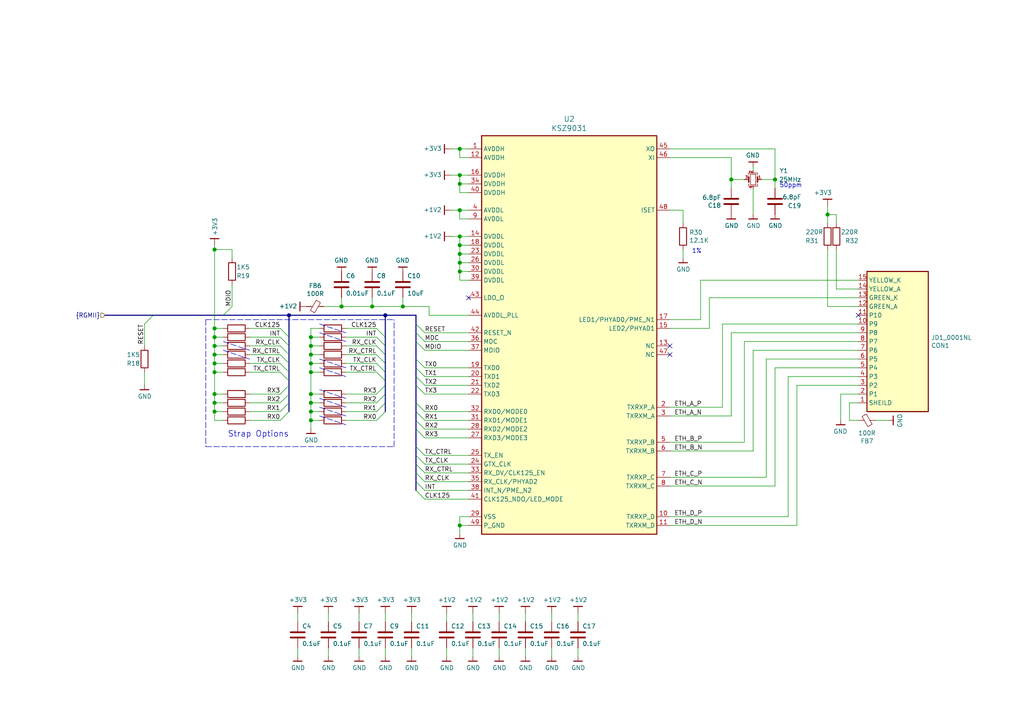
<source format=kicad_sch>
(kicad_sch (version 20201015) (generator eeschema)
  (page 1 18)
  (paper "A4")
  (title_block (title "ButterStick") (date "2020-11-01") (rev "r1.0") (company "GsD") (comment 1 "Functional prototyping board for the Lattice ECP5.") (comment 2 "SYZYGY compatible"))
  (lib_symbols
    (symbol "Device:C" (pin_numbers hide) (pin_names (offset 0.254))
      (property "Reference" "C" (at 0.635 2.54 0))
      (property "Value" "C" (at 0.635 -2.54 0))
      (symbol "C_0_1"
        (polyline (pts (xy -2.032 -0.762) (xy 2.032 -0.762)) (stroke (width 0.508)))
        (polyline (pts (xy -2.032 0.762) (xy 2.032 0.762)) (stroke (width 0.508)))
      )
      (symbol "C_1_1"
        (pin passive line (at 0 3.81 270) (length 2.794) (name "~") (number "1"))
        (pin passive line (at 0 -3.81 90) (length 2.794) (name "~") (number "2"))
      )
    )
    (symbol "Device:Crystal_GND24_Small" (pin_names hide)
      (property "Reference" "Y" (at 1.27 4.445 0))
      (property "Value" "Crystal_GND24_Small" (at 1.27 2.54 0))
      (symbol "Crystal_GND24_Small_0_1"
        (rectangle (start -0.762 -1.524) (end 0.762 1.524))
        (polyline (pts (xy -1.27 -0.762) (xy -1.27 0.762)) (stroke (width 0.381)))
        (polyline (pts (xy 1.27 -0.762) (xy 1.27 0.762)) (stroke (width 0.381)))
        (polyline (pts (xy -1.27 -1.27) (xy -1.27 -1.905) (xy 1.27 -1.905) (xy 1.27 -1.27)))
        (polyline (pts (xy -1.27 1.27) (xy -1.27 1.905) (xy 1.27 1.905) (xy 1.27 1.27)))
      )
      (symbol "Crystal_GND24_Small_1_1"
        (pin passive line (at -2.54 0 0) (length 1.27) (name "1") (number "1"))
        (pin passive line (at 0 -2.54 90) (length 0.635) (name "2") (number "2"))
        (pin passive line (at 2.54 0 180) (length 1.27) (name "3") (number "3"))
        (pin passive line (at 0 2.54 270) (length 0.635) (name "4") (number "4"))
      )
    )
    (symbol "Device:Ferrite_Bead_Small" (pin_numbers hide) (pin_names (offset 0))
      (property "Reference" "FB" (at 1.905 1.27 0))
      (property "Value" "Ferrite_Bead_Small" (at 1.905 -1.27 0))
      (symbol "Ferrite_Bead_Small_0_1"
        (polyline (pts (xy 0 -1.27) (xy 0 -0.7874)))
        (polyline (pts (xy 0 0.889) (xy 0 1.2954)))
        (polyline (pts (xy -1.8288 0.2794) (xy -1.1176 1.4986) (xy 1.8288 -0.2032) (xy 1.1176 -1.4224) (xy -1.8288 0.2794)))
      )
      (symbol "Ferrite_Bead_Small_1_1"
        (pin passive line (at 0 2.54 270) (length 1.27) (name "~") (number "1"))
        (pin passive line (at 0 -2.54 90) (length 1.27) (name "~") (number "2"))
      )
    )
    (symbol "Device:Ferrite_Bead_Small_1" (pin_numbers hide) (pin_names (offset 0))
      (property "Reference" "FB" (at 1.905 1.27 0))
      (property "Value" "Ferrite_Bead_Small" (at 1.905 -1.27 0))
      (symbol "Ferrite_Bead_Small_1_0_1"
        (polyline (pts (xy 0 -1.27) (xy 0 -0.7874)))
        (polyline (pts (xy 0 0.889) (xy 0 1.2954)))
        (polyline (pts (xy -1.8288 0.2794) (xy -1.1176 1.4986) (xy 1.8288 -0.2032) (xy 1.1176 -1.4224) (xy -1.8288 0.2794)))
      )
      (symbol "Ferrite_Bead_Small_1_1_1"
        (pin passive line (at 0 2.54 270) (length 1.27) (name "~") (number "1"))
        (pin passive line (at 0 -2.54 90) (length 1.27) (name "~") (number "2"))
      )
    )
    (symbol "Device:R" (pin_numbers hide) (pin_names (offset 0))
      (property "Reference" "R" (at 2.032 0 90))
      (property "Value" "R" (at 0 0 90))
      (symbol "R_0_1"
        (rectangle (start -1.016 -2.54) (end 1.016 2.54) (stroke (width 0.254)))
      )
      (symbol "R_1_1"
        (pin passive line (at 0 3.81 270) (length 1.27) (name "~") (number "1"))
        (pin passive line (at 0 -3.81 90) (length 1.27) (name "~") (number "2"))
      )
    )
    (symbol "gkl_microchip:KSZ9031"
      (property "Reference" "U" (at 0 54.61 0))
      (property "Value" "KSZ9031" (at 0 50.8 0))
      (symbol "KSZ9031_0_1"
        (rectangle (start -25.4 48.26) (end 25.4 -67.31) (stroke (width 0.3302)) (fill (type background)))
      )
      (symbol "KSZ9031_1_1"
        (pin input line (at -29.21 44.45 0) (length 3.81) (name "AVDDH") (number "1"))
        (pin input line (at 29.21 -62.23 180) (length 3.81) (name "TXRXP_D") (number "10"))
        (pin input line (at 29.21 -64.77 180) (length 3.81) (name "TXRXM_D") (number "11"))
        (pin input line (at -29.21 41.91 0) (length 3.81) (name "AVDDH") (number "12"))
        (pin input line (at 29.21 -12.7 180) (length 3.81) (name "NC") (number "13"))
        (pin input line (at -29.21 19.05 0) (length 3.81) (name "DVDDL") (number "14"))
        (pin input line (at 29.21 -7.62 180) (length 3.81) (name "LED2/PHYAD1") (number "15"))
        (pin input line (at -29.21 36.83 0) (length 3.81) (name "DVDDH") (number "16"))
        (pin input line (at 29.21 -5.08 180) (length 3.81) (name "LED1/PHYAD0/PME_N1") (number "17"))
        (pin input line (at -29.21 16.51 0) (length 3.81) (name "DVDDL") (number "18"))
        (pin input line (at -29.21 -19.05 0) (length 3.81) (name "TXD0") (number "19"))
        (pin input line (at 29.21 -30.48 180) (length 3.81) (name "TXRXP_A") (number "2"))
        (pin input line (at -29.21 -21.59 0) (length 3.81) (name "TXD1") (number "20"))
        (pin input line (at -29.21 -24.13 0) (length 3.81) (name "TXD2") (number "21"))
        (pin input line (at -29.21 -26.67 0) (length 3.81) (name "TXD3") (number "22"))
        (pin input line (at -29.21 13.97 0) (length 3.81) (name "DVDDL") (number "23"))
        (pin input line (at -29.21 -46.99 0) (length 3.81) (name "GTX_CLK") (number "24"))
        (pin input line (at -29.21 -44.45 0) (length 3.81) (name "TX_EN") (number "25"))
        (pin input line (at -29.21 11.43 0) (length 3.81) (name "DVDDL") (number "26"))
        (pin input line (at -29.21 -39.37 0) (length 3.81) (name "RXD3/MODE3") (number "27"))
        (pin input line (at -29.21 -36.83 0) (length 3.81) (name "RXD2/MODE2") (number "28"))
        (pin input line (at -29.21 -62.23 0) (length 3.81) (name "VSS") (number "29"))
        (pin input line (at 29.21 -33.02 180) (length 3.81) (name "TXRXM_A") (number "3"))
        (pin input line (at -29.21 8.89 0) (length 3.81) (name "DVDDL") (number "30"))
        (pin input line (at -29.21 -34.29 0) (length 3.81) (name "RXD1/MODE1") (number "31"))
        (pin input line (at -29.21 -31.75 0) (length 3.81) (name "RXD0/MODE0") (number "32"))
        (pin input line (at -29.21 -49.53 0) (length 3.81) (name "RX_DV/CLK125_EN") (number "33"))
        (pin input line (at -29.21 34.29 0) (length 3.81) (name "DVDDH") (number "34"))
        (pin input line (at -29.21 -52.07 0) (length 3.81) (name "RX_CLK/PHYAD2") (number "35"))
        (pin input line (at -29.21 -11.43 0) (length 3.81) (name "MDC") (number "36"))
        (pin input line (at -29.21 -13.97 0) (length 3.81) (name "MDIO") (number "37"))
        (pin input line (at -29.21 -54.61 0) (length 3.81) (name "INT_N/PME_N2") (number "38"))
        (pin input line (at -29.21 6.35 0) (length 3.81) (name "DVDDL") (number "39"))
        (pin input line (at -29.21 26.67 0) (length 3.81) (name "AVDDL~") (number "4"))
        (pin input line (at -29.21 31.75 0) (length 3.81) (name "DVDDH") (number "40"))
        (pin input line (at -29.21 -57.15 0) (length 3.81) (name "CLK125_NDO/LED_MODE") (number "41"))
        (pin input line (at -29.21 -8.89 0) (length 3.81) (name "RESET_N") (number "42"))
        (pin input line (at -29.21 1.27 0) (length 3.81) (name "LDO_O") (number "43"))
        (pin input line (at -29.21 -3.81 0) (length 3.81) (name "AVDDL_PLL") (number "44"))
        (pin input line (at 29.21 44.45 180) (length 3.81) (name "XO") (number "45"))
        (pin input line (at 29.21 41.91 180) (length 3.81) (name "XI") (number "46"))
        (pin input line (at 29.21 -15.24 180) (length 3.81) (name "NC") (number "47"))
        (pin input line (at 29.21 26.67 180) (length 3.81) (name "ISET") (number "48"))
        (pin input line (at -29.21 -64.77 0) (length 3.81) (name "P_GND") (number "49"))
        (pin input line (at 29.21 -40.64 180) (length 3.81) (name "TXRXP_B") (number "5"))
        (pin input line (at 29.21 -43.18 180) (length 3.81) (name "TXRXM_B") (number "6"))
        (pin input line (at 29.21 -50.8 180) (length 3.81) (name "TXRXP_C") (number "7"))
        (pin input line (at 29.21 -53.34 180) (length 3.81) (name "TXRXM_C") (number "8"))
        (pin input line (at -29.21 24.13 0) (length 3.81) (name "AVDDL~") (number "9"))
      )
    )
    (symbol "gkl_misc:JD1_0001NL"
      (property "Reference" "U" (at 0 20.32 0))
      (property "Value" "JD1_0001NL" (at 0 20.32 0))
      (symbol "JD1_0001NL_0_1"
        (rectangle (start -7.62 19.05) (end 10.16 -21.59) (stroke (width 0.3302)) (fill (type background)))
      )
      (symbol "JD1_0001NL_1_1"
        (pin input line (at -10.16 16.51 0) (length 2.54) (name "SHEILD") (number "1"))
        (pin input line (at -10.16 -6.35 0) (length 2.54) (name "P9") (number "10"))
        (pin input line (at -10.16 -8.89 0) (length 2.54) (name "P10") (number "11"))
        (pin input line (at -10.16 -11.43 0) (length 2.54) (name "GREEN_A") (number "12"))
        (pin input line (at -10.16 -13.97 0) (length 2.54) (name "GREEN_K") (number "13"))
        (pin input line (at -10.16 -16.51 0) (length 2.54) (name "YELLOW_A") (number "14"))
        (pin input line (at -10.16 -19.05 0) (length 2.54) (name "YELLOW_K") (number "15"))
        (pin input line (at -10.16 13.97 0) (length 2.54) (name "P1") (number "2"))
        (pin input line (at -10.16 11.43 0) (length 2.54) (name "P2") (number "3"))
        (pin input line (at -10.16 8.89 0) (length 2.54) (name "P3") (number "4"))
        (pin input line (at -10.16 6.35 0) (length 2.54) (name "P4") (number "5"))
        (pin input line (at -10.16 3.81 0) (length 2.54) (name "P5") (number "6"))
        (pin input line (at -10.16 1.27 0) (length 2.54) (name "P6") (number "7"))
        (pin input line (at -10.16 -1.27 0) (length 2.54) (name "P7") (number "8"))
        (pin input line (at -10.16 -3.81 0) (length 2.54) (name "P8") (number "9"))
      )
    )
    (symbol "gkl_power:+1V2" (power) (pin_names (offset 0))
      (property "Value" "+1V2" (at 0 3.556 0))
      (symbol "+1V2_0_1"
        (polyline (pts (xy -1.27 1.905) (xy 1.27 1.905)) (stroke (width 0.3048)))
        (polyline (pts (xy 0 0) (xy 0 1.905)))
      )
      (symbol "+1V2_1_1"
        (pin power_in line (at 0 0 90) (length 0) hide (name "+1V2") (number "1"))
      )
    )
    (symbol "gkl_power:+3V3" (power) (pin_names (offset 0))
      (property "Value" "+3V3" (at 0 3.556 0))
      (symbol "+3V3_0_1"
        (polyline (pts (xy -1.27 1.905) (xy 1.27 1.905)) (stroke (width 0.3048)))
        (polyline (pts (xy 0 0) (xy 0 1.905)))
      )
      (symbol "+3V3_1_1"
        (pin power_in line (at 0 0 90) (length 0) hide (name "+3V3") (number "1"))
      )
    )
    (symbol "gkl_power:GND" (power) (pin_names (offset 0))
      (property "Value" "GND" (at 0 -2.54 0))
      (symbol "GND_0_1"
        (polyline (pts (xy 0 -1.27) (xy 0 0)))
        (polyline (pts (xy 1.27 -1.27) (xy -1.27 -1.27)) (stroke (width 0.3048)))
      )
      (symbol "GND_1_1"
        (pin power_in line (at 0 0 270) (length 0) hide (name "GND") (number "1"))
      )
    )
  )
  (junction (at 62.23 72.39) (diameter 1.016))
  (junction (at 62.23 95.25) (diameter 1.016))
  (junction (at 62.23 97.79) (diameter 1.016))
  (junction (at 62.23 100.33) (diameter 1.016))
  (junction (at 62.23 102.87) (diameter 1.016))
  (junction (at 62.23 105.41) (diameter 1.016))
  (junction (at 62.23 107.95) (diameter 1.016))
  (junction (at 62.23 114.3) (diameter 1.016))
  (junction (at 62.23 116.84) (diameter 1.016))
  (junction (at 62.23 119.38) (diameter 1.016))
  (junction (at 90.17 97.79) (diameter 1.016))
  (junction (at 90.17 100.33) (diameter 1.016))
  (junction (at 90.17 102.87) (diameter 1.016))
  (junction (at 90.17 105.41) (diameter 1.016))
  (junction (at 90.17 107.95) (diameter 1.016))
  (junction (at 90.17 114.3) (diameter 1.016))
  (junction (at 90.17 116.84) (diameter 1.016))
  (junction (at 90.17 119.38) (diameter 1.016))
  (junction (at 90.17 121.92) (diameter 1.016))
  (junction (at 99.06 88.9) (diameter 1.016))
  (junction (at 107.95 88.9) (diameter 1.016))
  (junction (at 116.84 88.9) (diameter 1.016))
  (junction (at 133.35 43.18) (diameter 1.016))
  (junction (at 133.35 50.8) (diameter 1.016))
  (junction (at 133.35 53.34) (diameter 1.016))
  (junction (at 133.35 60.96) (diameter 1.016))
  (junction (at 133.35 68.58) (diameter 1.016))
  (junction (at 133.35 71.12) (diameter 1.016))
  (junction (at 133.35 73.66) (diameter 1.016))
  (junction (at 133.35 76.2) (diameter 1.016))
  (junction (at 133.35 78.74) (diameter 1.016))
  (junction (at 133.35 152.4) (diameter 1.016))
  (junction (at 212.09 52.07) (diameter 1.016))
  (junction (at 224.79 52.07) (diameter 1.016))
  (junction (at 240.03 62.23) (diameter 1.016))
  (junction (at 83.82 91.44) (diameter 1.016))
  (junction (at 111.76 91.44) (diameter 1.016))
  (no_connect (at 248.92 91.44))
  (no_connect (at 135.89 86.36))
  (no_connect (at 194.31 102.87))
  (no_connect (at 194.31 100.33))
  (bus_entry (at 41.91 93.98) (size 2.54 -2.54) (stroke (width 0.1524)))
  (bus_entry (at 67.31 88.9) (size -2.54 2.54) (stroke (width 0.1524)))
  (bus_entry (at 81.28 95.25) (size 2.54 2.54) (stroke (width 0.1524)))
  (bus_entry (at 81.28 97.79) (size 2.54 2.54) (stroke (width 0.1524)))
  (bus_entry (at 81.28 100.33) (size 2.54 2.54) (stroke (width 0.1524)))
  (bus_entry (at 81.28 102.87) (size 2.54 2.54) (stroke (width 0.1524)))
  (bus_entry (at 81.28 105.41) (size 2.54 2.54) (stroke (width 0.1524)))
  (bus_entry (at 81.28 107.95) (size 2.54 2.54) (stroke (width 0.1524)))
  (bus_entry (at 83.82 111.76) (size -2.54 2.54) (stroke (width 0.1524)))
  (bus_entry (at 83.82 114.3) (size -2.54 2.54) (stroke (width 0.1524)))
  (bus_entry (at 83.82 116.84) (size -2.54 2.54) (stroke (width 0.1524)))
  (bus_entry (at 83.82 119.38) (size -2.54 2.54) (stroke (width 0.1524)))
  (bus_entry (at 109.22 95.25) (size 2.54 2.54) (stroke (width 0.1524)))
  (bus_entry (at 109.22 97.79) (size 2.54 2.54) (stroke (width 0.1524)))
  (bus_entry (at 109.22 100.33) (size 2.54 2.54) (stroke (width 0.1524)))
  (bus_entry (at 109.22 102.87) (size 2.54 2.54) (stroke (width 0.1524)))
  (bus_entry (at 109.22 105.41) (size 2.54 2.54) (stroke (width 0.1524)))
  (bus_entry (at 109.22 107.95) (size 2.54 2.54) (stroke (width 0.1524)))
  (bus_entry (at 111.76 111.76) (size -2.54 2.54) (stroke (width 0.1524)))
  (bus_entry (at 111.76 114.3) (size -2.54 2.54) (stroke (width 0.1524)))
  (bus_entry (at 111.76 116.84) (size -2.54 2.54) (stroke (width 0.1524)))
  (bus_entry (at 111.76 119.38) (size -2.54 2.54) (stroke (width 0.1524)))
  (bus_entry (at 123.19 96.52) (size -2.54 -2.54) (stroke (width 0.1524)))
  (bus_entry (at 123.19 99.06) (size -2.54 -2.54) (stroke (width 0.1524)))
  (bus_entry (at 123.19 101.6) (size -2.54 -2.54) (stroke (width 0.1524)))
  (bus_entry (at 123.19 106.68) (size -2.54 -2.54) (stroke (width 0.1524)))
  (bus_entry (at 123.19 109.22) (size -2.54 -2.54) (stroke (width 0.1524)))
  (bus_entry (at 123.19 111.76) (size -2.54 -2.54) (stroke (width 0.1524)))
  (bus_entry (at 123.19 114.3) (size -2.54 -2.54) (stroke (width 0.1524)))
  (bus_entry (at 123.19 119.38) (size -2.54 -2.54) (stroke (width 0.1524)))
  (bus_entry (at 123.19 121.92) (size -2.54 -2.54) (stroke (width 0.1524)))
  (bus_entry (at 123.19 124.46) (size -2.54 -2.54) (stroke (width 0.1524)))
  (bus_entry (at 123.19 127) (size -2.54 -2.54) (stroke (width 0.1524)))
  (bus_entry (at 123.19 132.08) (size -2.54 -2.54) (stroke (width 0.1524)))
  (bus_entry (at 123.19 134.62) (size -2.54 -2.54) (stroke (width 0.1524)))
  (bus_entry (at 123.19 137.16) (size -2.54 -2.54) (stroke (width 0.1524)))
  (bus_entry (at 123.19 139.7) (size -2.54 -2.54) (stroke (width 0.1524)))
  (bus_entry (at 123.19 142.24) (size -2.54 -2.54) (stroke (width 0.1524)))
  (bus_entry (at 123.19 144.78) (size -2.54 -2.54) (stroke (width 0.1524)))
  (wire (pts (xy 41.91 93.98) (xy 41.91 100.33)))
  (wire (pts (xy 41.91 107.95) (xy 41.91 111.76)))
  (wire (pts (xy 62.23 71.12) (xy 62.23 72.39)))
  (wire (pts (xy 62.23 72.39) (xy 62.23 95.25)))
  (wire (pts (xy 62.23 72.39) (xy 67.31 72.39)))
  (wire (pts (xy 62.23 95.25) (xy 62.23 97.79)))
  (wire (pts (xy 62.23 95.25) (xy 64.77 95.25)))
  (wire (pts (xy 62.23 97.79) (xy 62.23 100.33)))
  (wire (pts (xy 62.23 97.79) (xy 64.77 97.79)))
  (wire (pts (xy 62.23 100.33) (xy 62.23 102.87)))
  (wire (pts (xy 62.23 100.33) (xy 64.77 100.33)))
  (wire (pts (xy 62.23 102.87) (xy 62.23 105.41)))
  (wire (pts (xy 62.23 102.87) (xy 64.77 102.87)))
  (wire (pts (xy 62.23 105.41) (xy 62.23 107.95)))
  (wire (pts (xy 62.23 105.41) (xy 64.77 105.41)))
  (wire (pts (xy 62.23 107.95) (xy 62.23 114.3)))
  (wire (pts (xy 62.23 107.95) (xy 64.77 107.95)))
  (wire (pts (xy 62.23 114.3) (xy 62.23 116.84)))
  (wire (pts (xy 62.23 114.3) (xy 64.77 114.3)))
  (wire (pts (xy 62.23 116.84) (xy 62.23 119.38)))
  (wire (pts (xy 62.23 116.84) (xy 64.77 116.84)))
  (wire (pts (xy 62.23 119.38) (xy 62.23 121.92)))
  (wire (pts (xy 62.23 119.38) (xy 64.77 119.38)))
  (wire (pts (xy 64.77 121.92) (xy 62.23 121.92)))
  (wire (pts (xy 67.31 72.39) (xy 67.31 74.93)))
  (wire (pts (xy 67.31 88.9) (xy 67.31 82.55)))
  (wire (pts (xy 81.28 95.25) (xy 72.39 95.25)))
  (wire (pts (xy 81.28 97.79) (xy 72.39 97.79)))
  (wire (pts (xy 81.28 100.33) (xy 72.39 100.33)))
  (wire (pts (xy 81.28 102.87) (xy 72.39 102.87)))
  (wire (pts (xy 81.28 105.41) (xy 72.39 105.41)))
  (wire (pts (xy 81.28 107.95) (xy 72.39 107.95)))
  (wire (pts (xy 81.28 114.3) (xy 72.39 114.3)))
  (wire (pts (xy 81.28 116.84) (xy 72.39 116.84)))
  (wire (pts (xy 81.28 119.38) (xy 72.39 119.38)))
  (wire (pts (xy 81.28 121.92) (xy 72.39 121.92)))
  (wire (pts (xy 86.36 177.8) (xy 86.36 180.34)))
  (wire (pts (xy 86.36 190.5) (xy 86.36 187.96)))
  (wire (pts (xy 90.17 95.25) (xy 90.17 97.79)))
  (wire (pts (xy 90.17 95.25) (xy 92.71 95.25)))
  (wire (pts (xy 90.17 97.79) (xy 90.17 100.33)))
  (wire (pts (xy 90.17 97.79) (xy 92.71 97.79)))
  (wire (pts (xy 90.17 100.33) (xy 90.17 102.87)))
  (wire (pts (xy 90.17 100.33) (xy 92.71 100.33)))
  (wire (pts (xy 90.17 102.87) (xy 90.17 105.41)))
  (wire (pts (xy 90.17 102.87) (xy 92.71 102.87)))
  (wire (pts (xy 90.17 105.41) (xy 90.17 107.95)))
  (wire (pts (xy 90.17 105.41) (xy 92.71 105.41)))
  (wire (pts (xy 90.17 107.95) (xy 90.17 114.3)))
  (wire (pts (xy 90.17 107.95) (xy 92.71 107.95)))
  (wire (pts (xy 90.17 114.3) (xy 90.17 116.84)))
  (wire (pts (xy 90.17 114.3) (xy 92.71 114.3)))
  (wire (pts (xy 90.17 116.84) (xy 90.17 119.38)))
  (wire (pts (xy 90.17 116.84) (xy 92.71 116.84)))
  (wire (pts (xy 90.17 119.38) (xy 90.17 121.92)))
  (wire (pts (xy 90.17 119.38) (xy 92.71 119.38)))
  (wire (pts (xy 90.17 121.92) (xy 90.17 124.46)))
  (wire (pts (xy 92.71 121.92) (xy 90.17 121.92)))
  (wire (pts (xy 93.98 88.9) (xy 99.06 88.9)))
  (wire (pts (xy 95.25 177.8) (xy 95.25 180.34)))
  (wire (pts (xy 95.25 190.5) (xy 95.25 187.96)))
  (wire (pts (xy 99.06 86.36) (xy 99.06 88.9)))
  (wire (pts (xy 99.06 88.9) (xy 107.95 88.9)))
  (wire (pts (xy 104.14 177.8) (xy 104.14 180.34)))
  (wire (pts (xy 104.14 190.5) (xy 104.14 187.96)))
  (wire (pts (xy 107.95 86.36) (xy 107.95 88.9)))
  (wire (pts (xy 107.95 88.9) (xy 116.84 88.9)))
  (wire (pts (xy 109.22 95.25) (xy 100.33 95.25)))
  (wire (pts (xy 109.22 97.79) (xy 100.33 97.79)))
  (wire (pts (xy 109.22 100.33) (xy 100.33 100.33)))
  (wire (pts (xy 109.22 102.87) (xy 100.33 102.87)))
  (wire (pts (xy 109.22 105.41) (xy 100.33 105.41)))
  (wire (pts (xy 109.22 107.95) (xy 100.33 107.95)))
  (wire (pts (xy 109.22 114.3) (xy 100.33 114.3)))
  (wire (pts (xy 109.22 116.84) (xy 100.33 116.84)))
  (wire (pts (xy 109.22 119.38) (xy 100.33 119.38)))
  (wire (pts (xy 109.22 121.92) (xy 100.33 121.92)))
  (wire (pts (xy 111.76 177.8) (xy 111.76 180.34)))
  (wire (pts (xy 111.76 190.5) (xy 111.76 187.96)))
  (wire (pts (xy 116.84 88.9) (xy 116.84 86.36)))
  (wire (pts (xy 116.84 88.9) (xy 124.46 88.9)))
  (wire (pts (xy 119.38 177.8) (xy 119.38 180.34)))
  (wire (pts (xy 119.38 190.5) (xy 119.38 187.96)))
  (wire (pts (xy 123.19 96.52) (xy 135.89 96.52)))
  (wire (pts (xy 123.19 99.06) (xy 135.89 99.06)))
  (wire (pts (xy 123.19 101.6) (xy 135.89 101.6)))
  (wire (pts (xy 123.19 106.68) (xy 135.89 106.68)))
  (wire (pts (xy 123.19 109.22) (xy 135.89 109.22)))
  (wire (pts (xy 123.19 111.76) (xy 135.89 111.76)))
  (wire (pts (xy 123.19 114.3) (xy 135.89 114.3)))
  (wire (pts (xy 123.19 119.38) (xy 135.89 119.38)))
  (wire (pts (xy 123.19 121.92) (xy 135.89 121.92)))
  (wire (pts (xy 123.19 124.46) (xy 135.89 124.46)))
  (wire (pts (xy 123.19 127) (xy 135.89 127)))
  (wire (pts (xy 123.19 132.08) (xy 135.89 132.08)))
  (wire (pts (xy 123.19 134.62) (xy 135.89 134.62)))
  (wire (pts (xy 123.19 137.16) (xy 135.89 137.16)))
  (wire (pts (xy 123.19 139.7) (xy 135.89 139.7)))
  (wire (pts (xy 123.19 142.24) (xy 135.89 142.24)))
  (wire (pts (xy 123.19 144.78) (xy 135.89 144.78)))
  (wire (pts (xy 124.46 88.9) (xy 124.46 91.44)))
  (wire (pts (xy 124.46 91.44) (xy 135.89 91.44)))
  (wire (pts (xy 129.54 177.8) (xy 129.54 180.34)))
  (wire (pts (xy 129.54 190.5) (xy 129.54 187.96)))
  (wire (pts (xy 133.35 43.18) (xy 130.81 43.18)))
  (wire (pts (xy 133.35 45.72) (xy 133.35 43.18)))
  (wire (pts (xy 133.35 50.8) (xy 130.81 50.8)))
  (wire (pts (xy 133.35 53.34) (xy 133.35 50.8)))
  (wire (pts (xy 133.35 55.88) (xy 133.35 53.34)))
  (wire (pts (xy 133.35 60.96) (xy 130.81 60.96)))
  (wire (pts (xy 133.35 63.5) (xy 133.35 60.96)))
  (wire (pts (xy 133.35 68.58) (xy 130.81 68.58)))
  (wire (pts (xy 133.35 71.12) (xy 133.35 68.58)))
  (wire (pts (xy 133.35 73.66) (xy 133.35 71.12)))
  (wire (pts (xy 133.35 76.2) (xy 133.35 73.66)))
  (wire (pts (xy 133.35 78.74) (xy 133.35 76.2)))
  (wire (pts (xy 133.35 81.28) (xy 133.35 78.74)))
  (wire (pts (xy 133.35 149.86) (xy 135.89 149.86)))
  (wire (pts (xy 133.35 152.4) (xy 133.35 149.86)))
  (wire (pts (xy 133.35 154.94) (xy 133.35 152.4)))
  (wire (pts (xy 135.89 43.18) (xy 133.35 43.18)))
  (wire (pts (xy 135.89 45.72) (xy 133.35 45.72)))
  (wire (pts (xy 135.89 50.8) (xy 133.35 50.8)))
  (wire (pts (xy 135.89 53.34) (xy 133.35 53.34)))
  (wire (pts (xy 135.89 55.88) (xy 133.35 55.88)))
  (wire (pts (xy 135.89 60.96) (xy 133.35 60.96)))
  (wire (pts (xy 135.89 63.5) (xy 133.35 63.5)))
  (wire (pts (xy 135.89 68.58) (xy 133.35 68.58)))
  (wire (pts (xy 135.89 71.12) (xy 133.35 71.12)))
  (wire (pts (xy 135.89 73.66) (xy 133.35 73.66)))
  (wire (pts (xy 135.89 76.2) (xy 133.35 76.2)))
  (wire (pts (xy 135.89 78.74) (xy 133.35 78.74)))
  (wire (pts (xy 135.89 81.28) (xy 133.35 81.28)))
  (wire (pts (xy 135.89 152.4) (xy 133.35 152.4)))
  (wire (pts (xy 137.16 177.8) (xy 137.16 180.34)))
  (wire (pts (xy 137.16 190.5) (xy 137.16 187.96)))
  (wire (pts (xy 144.78 177.8) (xy 144.78 180.34)))
  (wire (pts (xy 144.78 190.5) (xy 144.78 187.96)))
  (wire (pts (xy 152.4 177.8) (xy 152.4 180.34)))
  (wire (pts (xy 152.4 190.5) (xy 152.4 187.96)))
  (wire (pts (xy 160.02 177.8) (xy 160.02 180.34)))
  (wire (pts (xy 160.02 190.5) (xy 160.02 187.96)))
  (wire (pts (xy 167.64 177.8) (xy 167.64 180.34)))
  (wire (pts (xy 167.64 190.5) (xy 167.64 187.96)))
  (wire (pts (xy 194.31 43.18) (xy 224.79 43.18)))
  (wire (pts (xy 194.31 45.72) (xy 212.09 45.72)))
  (wire (pts (xy 194.31 60.96) (xy 198.12 60.96)))
  (wire (pts (xy 194.31 92.71) (xy 203.2 92.71)))
  (wire (pts (xy 194.31 118.11) (xy 209.55 118.11)))
  (wire (pts (xy 194.31 120.65) (xy 212.09 120.65)))
  (wire (pts (xy 194.31 128.27) (xy 215.9 128.27)))
  (wire (pts (xy 194.31 130.81) (xy 218.44 130.81)))
  (wire (pts (xy 194.31 138.43) (xy 222.25 138.43)))
  (wire (pts (xy 194.31 140.97) (xy 224.79 140.97)))
  (wire (pts (xy 194.31 149.86) (xy 228.6 149.86)))
  (wire (pts (xy 194.31 152.4) (xy 231.14 152.4)))
  (wire (pts (xy 198.12 60.96) (xy 198.12 64.77)))
  (wire (pts (xy 198.12 72.39) (xy 198.12 74.93)))
  (wire (pts (xy 203.2 81.28) (xy 248.92 81.28)))
  (wire (pts (xy 203.2 92.71) (xy 203.2 81.28)))
  (wire (pts (xy 205.74 86.36) (xy 205.74 95.25)))
  (wire (pts (xy 205.74 95.25) (xy 194.31 95.25)))
  (wire (pts (xy 209.55 93.98) (xy 248.92 93.98)))
  (wire (pts (xy 209.55 118.11) (xy 209.55 93.98)))
  (wire (pts (xy 212.09 45.72) (xy 212.09 52.07)))
  (wire (pts (xy 212.09 52.07) (xy 212.09 54.61)))
  (wire (pts (xy 212.09 96.52) (xy 212.09 120.65)))
  (wire (pts (xy 215.9 52.07) (xy 212.09 52.07)))
  (wire (pts (xy 215.9 99.06) (xy 248.92 99.06)))
  (wire (pts (xy 215.9 128.27) (xy 215.9 99.06)))
  (wire (pts (xy 218.44 49.53) (xy 218.44 48.26)))
  (wire (pts (xy 218.44 62.23) (xy 218.44 54.61)))
  (wire (pts (xy 218.44 101.6) (xy 218.44 130.81)))
  (wire (pts (xy 220.98 52.07) (xy 224.79 52.07)))
  (wire (pts (xy 222.25 104.14) (xy 248.92 104.14)))
  (wire (pts (xy 222.25 138.43) (xy 222.25 104.14)))
  (wire (pts (xy 224.79 43.18) (xy 224.79 52.07)))
  (wire (pts (xy 224.79 54.61) (xy 224.79 52.07)))
  (wire (pts (xy 224.79 106.68) (xy 224.79 140.97)))
  (wire (pts (xy 228.6 109.22) (xy 228.6 149.86)))
  (wire (pts (xy 228.6 109.22) (xy 248.92 109.22)))
  (wire (pts (xy 231.14 111.76) (xy 248.92 111.76)))
  (wire (pts (xy 231.14 152.4) (xy 231.14 111.76)))
  (wire (pts (xy 240.03 62.23) (xy 240.03 59.69)))
  (wire (pts (xy 240.03 62.23) (xy 240.03 64.77)))
  (wire (pts (xy 240.03 88.9) (xy 240.03 72.39)))
  (wire (pts (xy 242.57 62.23) (xy 240.03 62.23)))
  (wire (pts (xy 242.57 64.77) (xy 242.57 62.23)))
  (wire (pts (xy 242.57 83.82) (xy 242.57 72.39)))
  (wire (pts (xy 243.84 114.3) (xy 243.84 121.92)))
  (wire (pts (xy 246.38 116.84) (xy 246.38 121.92)))
  (wire (pts (xy 246.38 116.84) (xy 248.92 116.84)))
  (wire (pts (xy 246.38 121.92) (xy 248.92 121.92)))
  (wire (pts (xy 248.92 83.82) (xy 242.57 83.82)))
  (wire (pts (xy 248.92 86.36) (xy 205.74 86.36)))
  (wire (pts (xy 248.92 88.9) (xy 240.03 88.9)))
  (wire (pts (xy 248.92 96.52) (xy 212.09 96.52)))
  (wire (pts (xy 248.92 101.6) (xy 218.44 101.6)))
  (wire (pts (xy 248.92 106.68) (xy 224.79 106.68)))
  (wire (pts (xy 248.92 114.3) (xy 243.84 114.3)))
  (wire (pts (xy 254 121.92) (xy 257.81 121.92)))
  (bus (pts (xy 30.48 91.44) (xy 44.45 91.44)))
  (bus (pts (xy 44.45 91.44) (xy 64.77 91.44)))
  (bus (pts (xy 64.77 91.44) (xy 83.82 91.44)))
  (bus (pts (xy 83.82 91.44) (xy 83.82 97.79)))
  (bus (pts (xy 83.82 91.44) (xy 111.76 91.44)))
  (bus (pts (xy 83.82 97.79) (xy 83.82 100.33)))
  (bus (pts (xy 83.82 100.33) (xy 83.82 102.87)))
  (bus (pts (xy 83.82 102.87) (xy 83.82 105.41)))
  (bus (pts (xy 83.82 105.41) (xy 83.82 107.95)))
  (bus (pts (xy 83.82 107.95) (xy 83.82 110.49)))
  (bus (pts (xy 83.82 110.49) (xy 83.82 111.76)))
  (bus (pts (xy 83.82 111.76) (xy 83.82 114.3)))
  (bus (pts (xy 83.82 114.3) (xy 83.82 116.84)))
  (bus (pts (xy 83.82 116.84) (xy 83.82 119.38)))
  (bus (pts (xy 111.76 91.44) (xy 111.76 97.79)))
  (bus (pts (xy 111.76 91.44) (xy 120.65 91.44)))
  (bus (pts (xy 111.76 97.79) (xy 111.76 100.33)))
  (bus (pts (xy 111.76 100.33) (xy 111.76 102.87)))
  (bus (pts (xy 111.76 102.87) (xy 111.76 105.41)))
  (bus (pts (xy 111.76 105.41) (xy 111.76 107.95)))
  (bus (pts (xy 111.76 107.95) (xy 111.76 110.49)))
  (bus (pts (xy 111.76 110.49) (xy 111.76 111.76)))
  (bus (pts (xy 111.76 111.76) (xy 111.76 114.3)))
  (bus (pts (xy 111.76 114.3) (xy 111.76 116.84)))
  (bus (pts (xy 111.76 116.84) (xy 111.76 119.38)))
  (bus (pts (xy 120.65 91.44) (xy 120.65 93.98)))
  (bus (pts (xy 120.65 93.98) (xy 120.65 96.52)))
  (bus (pts (xy 120.65 96.52) (xy 120.65 99.06)))
  (bus (pts (xy 120.65 99.06) (xy 120.65 104.14)))
  (bus (pts (xy 120.65 104.14) (xy 120.65 106.68)))
  (bus (pts (xy 120.65 106.68) (xy 120.65 109.22)))
  (bus (pts (xy 120.65 109.22) (xy 120.65 111.76)))
  (bus (pts (xy 120.65 111.76) (xy 120.65 116.84)))
  (bus (pts (xy 120.65 116.84) (xy 120.65 119.38)))
  (bus (pts (xy 120.65 119.38) (xy 120.65 121.92)))
  (bus (pts (xy 120.65 121.92) (xy 120.65 124.46)))
  (bus (pts (xy 120.65 124.46) (xy 120.65 129.54)))
  (bus (pts (xy 120.65 129.54) (xy 120.65 132.08)))
  (bus (pts (xy 120.65 132.08) (xy 120.65 134.62)))
  (bus (pts (xy 120.65 134.62) (xy 120.65 137.16)))
  (bus (pts (xy 120.65 137.16) (xy 120.65 139.7)))
  (bus (pts (xy 120.65 139.7) (xy 120.65 142.24)))
  (polyline (pts (xy 59.69 92.71) (xy 59.69 129.54)) (stroke (width 0) (type dash)))
  (polyline (pts (xy 59.69 92.71) (xy 114.3 92.71)) (stroke (width 0) (type dash)))
  (polyline (pts (xy 59.69 129.54) (xy 114.3 129.54)) (stroke (width 0) (type dash)))
  (polyline (pts (xy 64.77 99.06) (xy 72.39 101.6)) (stroke (width 0) (type dash)))
  (polyline (pts (xy 64.77 101.6) (xy 72.39 104.14)) (stroke (width 0) (type dash)))
  (polyline (pts (xy 92.71 93.98) (xy 100.33 96.52)) (stroke (width 0) (type dash)))
  (polyline (pts (xy 92.71 96.52) (xy 100.33 99.06)) (stroke (width 0) (type dash)))
  (polyline (pts (xy 92.71 104.14) (xy 100.33 106.68)) (stroke (width 0) (type dash)))
  (polyline (pts (xy 92.71 106.68) (xy 100.33 109.22)) (stroke (width 0) (type dash)))
  (polyline (pts (xy 92.71 113.03) (xy 100.33 115.57)) (stroke (width 0) (type dash)))
  (polyline (pts (xy 92.71 115.57) (xy 100.33 118.11)) (stroke (width 0) (type dash)))
  (polyline (pts (xy 92.71 118.11) (xy 100.33 120.65)) (stroke (width 0) (type dash)))
  (polyline (pts (xy 92.71 120.65) (xy 100.33 123.19)) (stroke (width 0) (type dash)))
  (polyline (pts (xy 114.3 129.54) (xy 114.3 92.71)) (stroke (width 0) (type dash)))
  (text "Strap Options" (at 83.82 127 180) (effects (font (size 1.7018 1.7018)) (justify right bottom)))
  (text "1%" (at 200.66 73.66 0) (effects (font (size 1.27 1.27)) (justify left bottom)))
  (text "50ppm\n" (at 226.06 54.61 0) (effects (font (size 1.27 1.27)) (justify left bottom)))
  (label "RESET" (at 41.91 93.98 270))
  (label "MDIO" (at 67.31 88.9 90))
  (label "CLK125" (at 81.28 95.25 180))
  (label "INT" (at 81.28 97.79 180))
  (label "RX_CLK" (at 81.28 100.33 180))
  (label "RX_CTRL" (at 81.28 102.87 180))
  (label "TX_CLK" (at 81.28 105.41 180))
  (label "TX_CTRL" (at 81.28 107.95 180))
  (label "RX3" (at 81.28 114.3 180))
  (label "RX2" (at 81.28 116.84 180))
  (label "RX1" (at 81.28 119.38 180))
  (label "RX0" (at 81.28 121.92 180))
  (label "CLK125" (at 109.22 95.25 180))
  (label "INT" (at 109.22 97.79 180))
  (label "RX_CLK" (at 109.22 100.33 180))
  (label "RX_CTRL" (at 109.22 102.87 180))
  (label "TX_CLK" (at 109.22 105.41 180))
  (label "TX_CTRL" (at 109.22 107.95 180))
  (label "RX3" (at 109.22 114.3 180))
  (label "RX2" (at 109.22 116.84 180))
  (label "RX1" (at 109.22 119.38 180))
  (label "RX0" (at 109.22 121.92 180))
  (label "RESET" (at 123.19 96.52 0))
  (label "MDC" (at 123.19 99.06 0))
  (label "MDIO" (at 123.19 101.6 0))
  (label "TX0" (at 123.19 106.68 0))
  (label "TX1" (at 123.19 109.22 0))
  (label "TX2" (at 123.19 111.76 0))
  (label "TX3" (at 123.19 114.3 0))
  (label "RX0" (at 123.19 119.38 0))
  (label "RX1" (at 123.19 121.92 0))
  (label "RX2" (at 123.19 124.46 0))
  (label "RX3" (at 123.19 127 0))
  (label "TX_CTRL" (at 123.19 132.08 0))
  (label "TX_CLK" (at 123.19 134.62 0))
  (label "RX_CTRL" (at 123.19 137.16 0))
  (label "RX_CLK" (at 123.19 139.7 0))
  (label "INT" (at 123.19 142.24 0))
  (label "CLK125" (at 123.19 144.78 0))
  (label "ETH_A_P" (at 195.58 118.11 0))
  (label "ETH_A_N" (at 195.58 120.65 0))
  (label "ETH_B_P" (at 195.58 128.27 0))
  (label "ETH_B_N" (at 195.58 130.81 0))
  (label "ETH_C_P" (at 195.58 138.43 0))
  (label "ETH_C_N" (at 195.58 140.97 0))
  (label "ETH_D_P" (at 195.58 149.86 0))
  (label "ETH_D_N" (at 195.58 152.4 0))
  (hierarchical_label "{RGMII}" (shape input) (at 30.48 91.44 180))
  (symbol (lib_id "gkl_power:GND") (at 41.91 111.76 0) (unit 1)
    (property "Reference" "#PWR0133" (effects hide))
    (property "Value" "GND" (at 41.9862 114.9604 0))
  )
  (symbol (lib_id "gkl_power:GND") (at 86.36 190.5 0) (unit 1)
    (property "Reference" "#PWR016" (effects hide))
    (property "Value" "GND" (at 86.4362 193.7004 0))
  )
  (symbol (lib_id "gkl_power:GND") (at 90.17 124.46 0) (unit 1)
    (property "Reference" "#PWR018" (effects hide))
    (property "Value" "GND" (at 90.2462 127.6604 0))
  )
  (symbol (lib_id "gkl_power:GND") (at 95.25 190.5 0) (unit 1)
    (property "Reference" "#PWR020" (effects hide))
    (property "Value" "GND" (at 95.3262 193.7004 0))
  )
  (symbol (lib_id "gkl_power:GND") (at 99.06 78.74 180) (unit 1)
    (property "Reference" "#PWR021" (effects hide))
    (property "Value" "GND" (at 98.9838 75.5396 0))
  )
  (symbol (lib_id "gkl_power:GND") (at 104.14 190.5 0) (unit 1)
    (property "Reference" "#PWR023" (effects hide))
    (property "Value" "GND" (at 104.2162 193.7004 0))
  )
  (symbol (lib_id "gkl_power:GND") (at 107.95 78.74 180) (unit 1)
    (property "Reference" "#PWR024" (effects hide))
    (property "Value" "GND" (at 107.8738 75.5396 0))
  )
  (symbol (lib_id "gkl_power:GND") (at 111.76 190.5 0) (unit 1)
    (property "Reference" "#PWR026" (effects hide))
    (property "Value" "GND" (at 111.8362 193.7004 0))
  )
  (symbol (lib_id "gkl_power:GND") (at 116.84 78.74 180) (unit 1)
    (property "Reference" "#PWR027" (effects hide))
    (property "Value" "GND" (at 116.7638 75.5396 0))
  )
  (symbol (lib_id "gkl_power:GND") (at 119.38 190.5 0) (unit 1)
    (property "Reference" "#PWR029" (effects hide))
    (property "Value" "GND" (at 119.4562 193.7004 0))
  )
  (symbol (lib_id "gkl_power:GND") (at 129.54 190.5 0) (unit 1)
    (property "Reference" "#PWR031" (effects hide))
    (property "Value" "GND" (at 129.6162 193.7004 0))
  )
  (symbol (lib_id "gkl_power:GND") (at 133.35 154.94 0) (unit 1)
    (property "Reference" "#PWR036" (effects hide))
    (property "Value" "GND" (at 133.4262 158.1404 0))
  )
  (symbol (lib_id "gkl_power:GND") (at 137.16 190.5 0) (unit 1)
    (property "Reference" "#PWR038" (effects hide))
    (property "Value" "GND" (at 137.2362 193.7004 0))
  )
  (symbol (lib_id "gkl_power:GND") (at 144.78 190.5 0) (unit 1)
    (property "Reference" "#PWR040" (effects hide))
    (property "Value" "GND" (at 144.8562 193.7004 0))
  )
  (symbol (lib_id "gkl_power:GND") (at 152.4 190.5 0) (unit 1)
    (property "Reference" "#PWR042" (effects hide))
    (property "Value" "GND" (at 152.4762 193.7004 0))
  )
  (symbol (lib_id "gkl_power:GND") (at 160.02 190.5 0) (unit 1)
    (property "Reference" "#PWR044" (effects hide))
    (property "Value" "GND" (at 160.0962 193.7004 0))
  )
  (symbol (lib_id "gkl_power:GND") (at 167.64 190.5 0) (unit 1)
    (property "Reference" "#PWR046" (effects hide))
    (property "Value" "GND" (at 167.7162 193.7004 0))
  )
  (symbol (lib_id "gkl_power:GND") (at 198.12 74.93 0) (unit 1)
    (property "Reference" "#PWR047" (effects hide))
    (property "Value" "GND" (at 198.1962 78.1304 0))
  )
  (symbol (lib_id "gkl_power:GND") (at 212.09 62.23 0) (unit 1)
    (property "Reference" "#PWR048" (effects hide))
    (property "Value" "GND" (at 212.1916 65.4558 0))
  )
  (symbol (lib_id "gkl_power:GND") (at 218.44 48.26 180) (unit 1)
    (property "Reference" "#PWR049" (effects hide))
    (property "Value" "GND" (at 218.3638 45.0596 0))
  )
  (symbol (lib_id "gkl_power:GND") (at 218.44 62.23 0) (unit 1)
    (property "Reference" "#PWR050" (effects hide))
    (property "Value" "GND" (at 218.5416 65.4558 0))
  )
  (symbol (lib_id "gkl_power:GND") (at 224.79 62.23 0) (unit 1)
    (property "Reference" "#PWR051" (effects hide))
    (property "Value" "GND" (at 224.8916 65.4558 0))
  )
  (symbol (lib_id "gkl_power:GND") (at 243.84 121.92 0) (mirror y) (unit 1)
    (property "Reference" "#PWR053" (effects hide))
    (property "Value" "GND" (at 243.7638 125.1204 0))
  )
  (symbol (lib_id "gkl_power:GND") (at 257.81 121.92 90) (mirror x) (unit 1)
    (property "Reference" "#PWR054" (effects hide))
    (property "Value" "GND" (at 261.0104 121.9962 0))
  )
  (symbol (lib_id "gkl_power:+3V3") (at 62.23 71.12 0) (unit 1)
    (property "Reference" "#PWR014" (effects hide))
    (property "Value" "+3V3" (at 62.3316 68.4276 90) (effects (justify left)))
  )
  (symbol (lib_id "gkl_power:+3V3") (at 86.36 177.8 0) (unit 1)
    (property "Reference" "#PWR015" (effects hide))
    (property "Value" "+3V3" (at 86.4362 173.9646 0))
  )
  (symbol (lib_id "gkl_power:+1V2") (at 88.9 88.9 90) (unit 1)
    (property "Reference" "#PWR017" (effects hide))
    (property "Value" "+1V2" (at 86.2076 88.7984 90) (effects (justify left)))
  )
  (symbol (lib_id "gkl_power:+3V3") (at 95.25 177.8 0) (unit 1)
    (property "Reference" "#PWR019" (effects hide))
    (property "Value" "+3V3" (at 95.3262 173.9646 0))
  )
  (symbol (lib_id "gkl_power:+3V3") (at 104.14 177.8 0) (unit 1)
    (property "Reference" "#PWR022" (effects hide))
    (property "Value" "+3V3" (at 104.2162 173.9646 0))
  )
  (symbol (lib_id "gkl_power:+3V3") (at 111.76 177.8 0) (unit 1)
    (property "Reference" "#PWR025" (effects hide))
    (property "Value" "+3V3" (at 111.8362 173.9646 0))
  )
  (symbol (lib_id "gkl_power:+3V3") (at 119.38 177.8 0) (unit 1)
    (property "Reference" "#PWR028" (effects hide))
    (property "Value" "+3V3" (at 119.4562 173.9646 0))
  )
  (symbol (lib_id "gkl_power:+1V2") (at 129.54 177.8 0) (unit 1)
    (property "Reference" "#PWR030" (effects hide))
    (property "Value" "+1V2" (at 129.6162 173.9646 0))
  )
  (symbol (lib_id "gkl_power:+3V3") (at 130.81 43.18 90) (unit 1)
    (property "Reference" "#PWR032" (effects hide))
    (property "Value" "+3V3" (at 128.1176 43.0784 90) (effects (justify left)))
  )
  (symbol (lib_id "gkl_power:+3V3") (at 130.81 50.8 90) (unit 1)
    (property "Reference" "#PWR033" (effects hide))
    (property "Value" "+3V3" (at 128.1176 50.6984 90) (effects (justify left)))
  )
  (symbol (lib_id "gkl_power:+1V2") (at 130.81 60.96 90) (unit 1)
    (property "Reference" "#PWR034" (effects hide))
    (property "Value" "+1V2" (at 128.1176 60.8584 90) (effects (justify left)))
  )
  (symbol (lib_id "gkl_power:+1V2") (at 130.81 68.58 90) (unit 1)
    (property "Reference" "#PWR035" (effects hide))
    (property "Value" "+1V2" (at 128.1176 68.4784 90) (effects (justify left)))
  )
  (symbol (lib_id "gkl_power:+1V2") (at 137.16 177.8 0) (unit 1)
    (property "Reference" "#PWR037" (effects hide))
    (property "Value" "+1V2" (at 137.2362 173.9646 0))
  )
  (symbol (lib_id "gkl_power:+1V2") (at 144.78 177.8 0) (unit 1)
    (property "Reference" "#PWR039" (effects hide))
    (property "Value" "+1V2" (at 144.8562 173.9646 0))
  )
  (symbol (lib_id "gkl_power:+1V2") (at 152.4 177.8 0) (unit 1)
    (property "Reference" "#PWR041" (effects hide))
    (property "Value" "+1V2" (at 152.4762 173.9646 0))
  )
  (symbol (lib_id "gkl_power:+1V2") (at 160.02 177.8 0) (unit 1)
    (property "Reference" "#PWR043" (effects hide))
    (property "Value" "+1V2" (at 160.0962 173.9646 0))
  )
  (symbol (lib_id "gkl_power:+1V2") (at 167.64 177.8 0) (unit 1)
    (property "Reference" "#PWR045" (effects hide))
    (property "Value" "+1V2" (at 167.7162 173.9646 0))
  )
  (symbol (lib_id "gkl_power:+3V3") (at 240.03 59.69 0) (mirror y) (unit 1)
    (property "Reference" "#PWR052" (effects hide))
    (property "Value" "+3V3" (at 241.3 55.88 0) (effects (justify left)))
  )
  (symbol (lib_id "Device:R") (at 41.91 104.14 180) (unit 1)
    (property "Reference" "R18" (at 40.64 105.41 0) (effects (justify left)))
    (property "Value" "1K5" (at 40.64 102.87 0) (effects (justify left)))
    (property "Footprint" "Resistor_SMD:R_0402_1005Metric" (effects hide))
    (property "Mfg" "Yageo" (effects hide))
    (property "PN" "RC0402FR-071K5L" (effects hide))
  )
  (symbol (lib_id "Device:R") (at 67.31 78.74 0) (mirror x) (unit 1)
    (property "Reference" "R19" (at 68.58 80.01 0) (effects (justify left)))
    (property "Value" "1K5" (at 68.58 77.47 0) (effects (justify left)))
    (property "Footprint" "Resistor_SMD:R_0402_1005Metric" (effects hide))
    (property "Mfg" "Yageo" (effects hide))
    (property "PN" "RC0402FR-071K5L" (effects hide))
  )
  (symbol (lib_id "Device:R") (at 68.58 95.25 270) (unit 1)
    (property "Reference" "R8" (effects hide))
    (property "Value" "1K5" (effects hide))
    (property "Footprint" "Resistor_SMD:R_0402_1005Metric" (effects hide))
  )
  (symbol (lib_id "Device:R") (at 68.58 97.79 270) (unit 1)
    (property "Reference" "R9" (effects hide))
    (property "Value" "1K5" (effects hide))
    (property "Footprint" "Resistor_SMD:R_0402_1005Metric" (effects hide))
  )
  (symbol (lib_id "Device:R") (at 68.58 100.33 270) (unit 1)
    (property "Reference" "R10" (effects hide))
    (property "Value" "DNP" (effects hide))
    (property "Footprint" "Resistor_SMD:R_0402_1005Metric" (effects hide))
  )
  (symbol (lib_id "Device:R") (at 68.58 102.87 270) (unit 1)
    (property "Reference" "R11" (effects hide))
    (property "Value" "DNP" (effects hide))
    (property "Footprint" "Resistor_SMD:R_0402_1005Metric" (effects hide))
  )
  (symbol (lib_id "Device:R") (at 68.58 105.41 270) (unit 1)
    (property "Reference" "R12" (effects hide))
    (property "Value" "1K5" (effects hide))
    (property "Footprint" "Resistor_SMD:R_0402_1005Metric" (effects hide))
  )
  (symbol (lib_id "Device:R") (at 68.58 107.95 270) (unit 1)
    (property "Reference" "R13" (effects hide))
    (property "Value" "1K5" (effects hide))
    (property "Footprint" "Resistor_SMD:R_0402_1005Metric" (effects hide))
  )
  (symbol (lib_id "Device:R") (at 68.58 114.3 270) (unit 1)
    (property "Reference" "R14" (effects hide))
    (property "Value" "1K5" (effects hide))
    (property "Footprint" "Resistor_SMD:R_0402_1005Metric" (effects hide))
  )
  (symbol (lib_id "Device:R") (at 68.58 116.84 270) (unit 1)
    (property "Reference" "R15" (effects hide))
    (property "Value" "1K5" (effects hide))
    (property "Footprint" "Resistor_SMD:R_0402_1005Metric" (effects hide))
  )
  (symbol (lib_id "Device:R") (at 68.58 119.38 270) (unit 1)
    (property "Reference" "R16" (effects hide))
    (property "Value" "1K5" (effects hide))
    (property "Footprint" "Resistor_SMD:R_0402_1005Metric" (effects hide))
  )
  (symbol (lib_id "Device:R") (at 68.58 121.92 270) (unit 1)
    (property "Reference" "R17" (effects hide))
    (property "Value" "1K5" (effects hide))
    (property "Footprint" "Resistor_SMD:R_0402_1005Metric" (effects hide))
  )
  (symbol (lib_id "Device:R") (at 96.52 95.25 270) (unit 1)
    (property "Reference" "R20" (effects hide))
    (property "Value" "DNP" (effects hide))
    (property "Footprint" "Resistor_SMD:R_0402_1005Metric" (effects hide))
  )
  (symbol (lib_id "Device:R") (at 96.52 97.79 270) (unit 1)
    (property "Reference" "R21" (effects hide))
    (property "Value" "DNP" (effects hide))
    (property "Footprint" "Resistor_SMD:R_0402_1005Metric" (effects hide))
  )
  (symbol (lib_id "Device:R") (at 96.52 100.33 270) (unit 1)
    (property "Reference" "R22" (effects hide))
    (property "Value" "1K5" (effects hide))
    (property "Footprint" "Resistor_SMD:R_0402_1005Metric" (effects hide))
  )
  (symbol (lib_id "Device:R") (at 96.52 102.87 270) (unit 1)
    (property "Reference" "R23" (effects hide))
    (property "Value" "1K5" (effects hide))
    (property "Footprint" "Resistor_SMD:R_0402_1005Metric" (effects hide))
  )
  (symbol (lib_id "Device:R") (at 96.52 105.41 270) (unit 1)
    (property "Reference" "R24" (effects hide))
    (property "Value" "DNP" (effects hide))
    (property "Footprint" "Resistor_SMD:R_0402_1005Metric" (effects hide))
  )
  (symbol (lib_id "Device:R") (at 96.52 107.95 270) (unit 1)
    (property "Reference" "R25" (effects hide))
    (property "Value" "DNP" (effects hide))
    (property "Footprint" "Resistor_SMD:R_0402_1005Metric" (effects hide))
  )
  (symbol (lib_id "Device:R") (at 96.52 114.3 270) (unit 1)
    (property "Reference" "R26" (effects hide))
    (property "Value" "DNP" (effects hide))
    (property "Footprint" "Resistor_SMD:R_0402_1005Metric" (effects hide))
  )
  (symbol (lib_id "Device:R") (at 96.52 116.84 270) (unit 1)
    (property "Reference" "R27" (effects hide))
    (property "Value" "DNP" (effects hide))
    (property "Footprint" "Resistor_SMD:R_0402_1005Metric" (effects hide))
  )
  (symbol (lib_id "Device:R") (at 96.52 119.38 270) (unit 1)
    (property "Reference" "R28" (effects hide))
    (property "Value" "DNP" (effects hide))
    (property "Footprint" "Resistor_SMD:R_0402_1005Metric" (effects hide))
  )
  (symbol (lib_id "Device:R") (at 96.52 121.92 270) (unit 1)
    (property "Reference" "R29" (effects hide))
    (property "Value" "DNP" (effects hide))
    (property "Footprint" "Resistor_SMD:R_0402_1005Metric" (effects hide))
  )
  (symbol (lib_id "Device:R") (at 198.12 68.58 0) (unit 1)
    (property "Reference" "R30" (at 199.898 67.4116 0) (effects (justify left)))
    (property "Value" "12.1K" (at 199.898 69.723 0) (effects (justify left)))
    (property "Footprint" "Resistor_SMD:R_0402_1005Metric" (effects hide))
    (property "PN" "RC0402FR-0712K1L" (effects hide))
    (property "Mfg" "Yageo" (effects hide))
  )
  (symbol (lib_id "Device:R") (at 240.03 68.58 0) (mirror y) (unit 1)
    (property "Reference" "R31" (at 237.49 69.85 0) (effects (justify left)))
    (property "Value" "220R" (at 238.76 67.31 0) (effects (justify left)))
    (property "Footprint" "Resistor_SMD:R_0402_1005Metric" (effects hide))
    (property "PN" "RC0402FR-07220RL" (effects hide))
    (property "Mfg" "Yageo" (effects hide))
  )
  (symbol (lib_id "Device:R") (at 242.57 68.58 0) (mirror x) (unit 1)
    (property "Reference" "R32" (at 245.11 69.85 0) (effects (justify left)))
    (property "Value" "220R" (at 243.84 67.31 0) (effects (justify left)))
    (property "Footprint" "Resistor_SMD:R_0402_1005Metric" (effects hide))
    (property "PN" "RC0402FR-07220RL" (effects hide))
    (property "Mfg" "Yageo" (effects hide))
  )
  (symbol (lib_name "Device:Ferrite_Bead_Small_1") (lib_id "Device:Ferrite_Bead_Small") (at 91.44 88.9 270) (unit 1)
    (property "Reference" "FB6" (at 91.44 82.8802 90))
    (property "Value" "100R" (at 91.44 85.1916 90))
    (property "Footprint" "Inductor_SMD:L_0603_1608Metric" (effects hide))
    (property "Mfg" "TDK Corporation" (effects hide))
    (property "PN" "MPZ1608D101BTA00" (effects hide))
  )
  (symbol (lib_id "Device:Ferrite_Bead_Small") (at 251.46 121.92 270) (mirror x) (unit 1)
    (property "Reference" "FB7" (at 251.46 127.9398 90))
    (property "Value" "100R" (at 251.46 125.6284 90))
    (property "Footprint" "Inductor_SMD:L_0603_1608Metric" (effects hide))
    (property "PN" "MPZ1608D101BTA00" (effects hide))
    (property "Mfg" "TDK Corporation" (effects hide))
  )
  (symbol (lib_id "Device:Crystal_GND24_Small") (at 218.44 52.07 180) (unit 1)
    (property "Reference" "Y1" (at 228.6 49.53 0) (effects (justify left)))
    (property "Value" "25MHz" (at 232.41 52.07 0) (effects (justify left)))
    (property "Footprint" "Oscillator:Oscillator_SMD_SeikoEpson_SG210-4Pin_2.5x2.0mm" (effects hide))
    (property "PN" "FA-20H 25.0000MF20X-K3" (effects hide))
    (property "Mfg" "EPSON" (effects hide))
  )
  (symbol (lib_id "Device:C") (at 86.36 184.15 0) (unit 1)
    (property "Reference" "C4" (at 87.63 181.61 0) (effects (justify left)))
    (property "Value" "0.1uF" (at 87.63 186.69 0) (effects (justify left)))
    (property "Footprint" "Capacitor_SMD:C_0402_1005Metric" (effects hide))
    (property "Mfg" "Yageo" (effects hide))
    (property "PN" "CC0402KRX5R6BB104" (effects hide))
    (property "Tol" "10V / X5R" (effects hide))
  )
  (symbol (lib_id "Device:C") (at 95.25 184.15 0) (unit 1)
    (property "Reference" "C5" (at 96.52 181.61 0) (effects (justify left)))
    (property "Value" "0.1uF" (at 96.52 186.69 0) (effects (justify left)))
    (property "Footprint" "Capacitor_SMD:C_0402_1005Metric" (effects hide))
    (property "Mfg" "Yageo" (effects hide))
    (property "PN" "CC0402KRX5R6BB104" (effects hide))
    (property "Tol" "10V / X5R" (effects hide))
  )
  (symbol (lib_id "Device:C") (at 99.06 82.55 0) (unit 1)
    (property "Reference" "C6" (at 100.33 80.01 0) (effects (justify left)))
    (property "Value" "0.01uF" (at 100.33 85.09 0) (effects (justify left)))
    (property "Footprint" "Capacitor_SMD:C_0402_1005Metric" (effects hide))
    (property "Mfg" "Yageo" (effects hide))
    (property "PN" "CC0402KRX7R8BB103" (effects hide))
  )
  (symbol (lib_id "Device:C") (at 104.14 184.15 0) (unit 1)
    (property "Reference" "C7" (at 105.41 181.61 0) (effects (justify left)))
    (property "Value" "0.1uF" (at 105.41 186.69 0) (effects (justify left)))
    (property "Footprint" "Capacitor_SMD:C_0402_1005Metric" (effects hide))
    (property "Mfg" "Yageo" (effects hide))
    (property "PN" "CC0402KRX5R6BB104" (effects hide))
    (property "Tol" "10V / X5R" (effects hide))
  )
  (symbol (lib_id "Device:C") (at 107.95 82.55 0) (unit 1)
    (property "Reference" "C8" (at 109.22 80.01 0) (effects (justify left)))
    (property "Value" "0.1uF" (at 109.22 85.09 0) (effects (justify left)))
    (property "Footprint" "Capacitor_SMD:C_0402_1005Metric" (effects hide))
    (property "Mfg" "Yageo" (effects hide))
    (property "PN" "CC0402KRX5R6BB104" (effects hide))
    (property "Tol" "10V / X5R" (effects hide))
  )
  (symbol (lib_id "Device:C") (at 111.76 184.15 0) (unit 1)
    (property "Reference" "C9" (at 113.03 181.61 0) (effects (justify left)))
    (property "Value" "0.1uF" (at 113.03 186.69 0) (effects (justify left)))
    (property "Footprint" "Capacitor_SMD:C_0402_1005Metric" (effects hide))
    (property "Mfg" "Yageo" (effects hide))
    (property "PN" "CC0402KRX5R6BB104" (effects hide))
    (property "Tol" "10V / X5R" (effects hide))
  )
  (symbol (lib_id "Device:C") (at 116.84 82.55 0) (unit 1)
    (property "Reference" "C10" (at 118.11 80.01 0) (effects (justify left)))
    (property "Value" "10uF" (at 118.11 85.09 0) (effects (justify left)))
    (property "Footprint" "Capacitor_SMD:C_0603_1608Metric" (effects hide))
    (property "PN" "CC0603KRX5R5BB106" (effects hide))
    (property "Mfg" "Yageo" (effects hide))
  )
  (symbol (lib_id "Device:C") (at 119.38 184.15 0) (unit 1)
    (property "Reference" "C11" (at 120.65 181.61 0) (effects (justify left)))
    (property "Value" "0.1uF" (at 120.65 186.69 0) (effects (justify left)))
    (property "Footprint" "Capacitor_SMD:C_0402_1005Metric" (effects hide))
    (property "Mfg" "Yageo" (effects hide))
    (property "PN" "CC0402KRX5R6BB104" (effects hide))
    (property "Tol" "10V / X5R" (effects hide))
  )
  (symbol (lib_id "Device:C") (at 129.54 184.15 0) (unit 1)
    (property "Reference" "C12" (at 130.81 181.61 0) (effects (justify left)))
    (property "Value" "0.1uF" (at 130.81 186.69 0) (effects (justify left)))
    (property "Footprint" "Capacitor_SMD:C_0402_1005Metric" (effects hide))
    (property "Mfg" "Yageo" (effects hide))
    (property "PN" "CC0402KRX5R6BB104" (effects hide))
    (property "Tol" "10V / X5R" (effects hide))
  )
  (symbol (lib_id "Device:C") (at 137.16 184.15 0) (unit 1)
    (property "Reference" "C13" (at 138.43 181.61 0) (effects (justify left)))
    (property "Value" "0.1uF" (at 138.43 186.69 0) (effects (justify left)))
    (property "Footprint" "Capacitor_SMD:C_0402_1005Metric" (effects hide))
    (property "Mfg" "Yageo" (effects hide))
    (property "PN" "CC0402KRX5R6BB104" (effects hide))
    (property "Tol" "10V / X5R" (effects hide))
  )
  (symbol (lib_id "Device:C") (at 144.78 184.15 0) (unit 1)
    (property "Reference" "C14" (at 146.05 181.61 0) (effects (justify left)))
    (property "Value" "0.1uF" (at 146.05 186.69 0) (effects (justify left)))
    (property "Footprint" "Capacitor_SMD:C_0402_1005Metric" (effects hide))
    (property "Mfg" "Yageo" (effects hide))
    (property "PN" "CC0402KRX5R6BB104" (effects hide))
    (property "Tol" "10V / X5R" (effects hide))
  )
  (symbol (lib_id "Device:C") (at 152.4 184.15 0) (unit 1)
    (property "Reference" "C15" (at 153.67 181.61 0) (effects (justify left)))
    (property "Value" "0.1uF" (at 153.67 186.69 0) (effects (justify left)))
    (property "Footprint" "Capacitor_SMD:C_0402_1005Metric" (effects hide))
    (property "Mfg" "Yageo" (effects hide))
    (property "PN" "CC0402KRX5R6BB104" (effects hide))
    (property "Tol" "10V / X5R" (effects hide))
  )
  (symbol (lib_id "Device:C") (at 160.02 184.15 0) (unit 1)
    (property "Reference" "C16" (at 161.29 181.61 0) (effects (justify left)))
    (property "Value" "0.1uF" (at 161.29 186.69 0) (effects (justify left)))
    (property "Footprint" "Capacitor_SMD:C_0402_1005Metric" (effects hide))
    (property "Mfg" "Yageo" (effects hide))
    (property "PN" "CC0402KRX5R6BB104" (effects hide))
    (property "Tol" "10V / X5R" (effects hide))
  )
  (symbol (lib_id "Device:C") (at 167.64 184.15 0) (unit 1)
    (property "Reference" "C17" (at 168.91 181.61 0) (effects (justify left)))
    (property "Value" "0.1uF" (at 168.91 186.69 0) (effects (justify left)))
    (property "Footprint" "Capacitor_SMD:C_0402_1005Metric" (effects hide))
    (property "Mfg" "Yageo" (effects hide))
    (property "PN" "CC0402KRX5R6BB104" (effects hide))
    (property "Tol" "10V / X5R" (effects hide))
  )
  (symbol (lib_id "Device:C") (at 212.09 58.42 180) (unit 1)
    (property "Reference" "C18" (at 209.169 59.5884 0) (effects (justify left)))
    (property "Value" "6.8pF" (at 209.169 57.277 0) (effects (justify left)))
    (property "Footprint" "Capacitor_SMD:C_0402_1005Metric" (effects hide))
    (property "Mfg" "Yageo" (effects hide))
    (property "PN" "CC0402CRNPO9BN6R8" (effects hide))
  )
  (symbol (lib_id "Device:C") (at 224.79 58.42 180) (unit 1)
    (property "Reference" "C19" (at 232.41 59.69 0) (effects (justify left)))
    (property "Value" "6.8pF" (at 232.41 57.15 0) (effects (justify left)))
    (property "Footprint" "Capacitor_SMD:C_0402_1005Metric" (effects hide))
    (property "Mfg" "Yageo" (effects hide))
    (property "PN" "CC0402CRNPO9BN6R8" (effects hide))
  )
  (symbol (lib_id "gkl_misc:JD1_0001NL") (at 259.08 100.33 0) (mirror x) (unit 1)
    (property "Reference" "CON1" (at 270.0528 100.2284 0) (effects (justify left)))
    (property "Value" "JD1_0001NL" (at 270.0528 97.917 0) (effects (justify left)))
    (property "Footprint" "gkl_conn:MAGJACK" (effects hide))
    (property "PN" "JD1-0001NL" (effects hide))
    (property "Mfg" "Pulse Electronics Network" (effects hide))
  )
  (symbol (lib_id "gkl_microchip:KSZ9031") (at 165.1 87.63 0) (unit 1)
    (property "Reference" "U2" (at 165.1 34.5186 0) (effects (font (size 1.524 1.524))))
    (property "Value" "KSZ9031" (at 165.1 37.211 0) (effects (font (size 1.524 1.524))))
    (property "Footprint" "Housings_DFN_QFN:QFN-48-1EP_7x7mm_Pitch0.5mm" (effects hide))
    (property "PN" "KSZ9031RNXCA" (effects hide))
    (property "Mfg" "Microchip Technology" (effects hide))
  )
)
</source>
